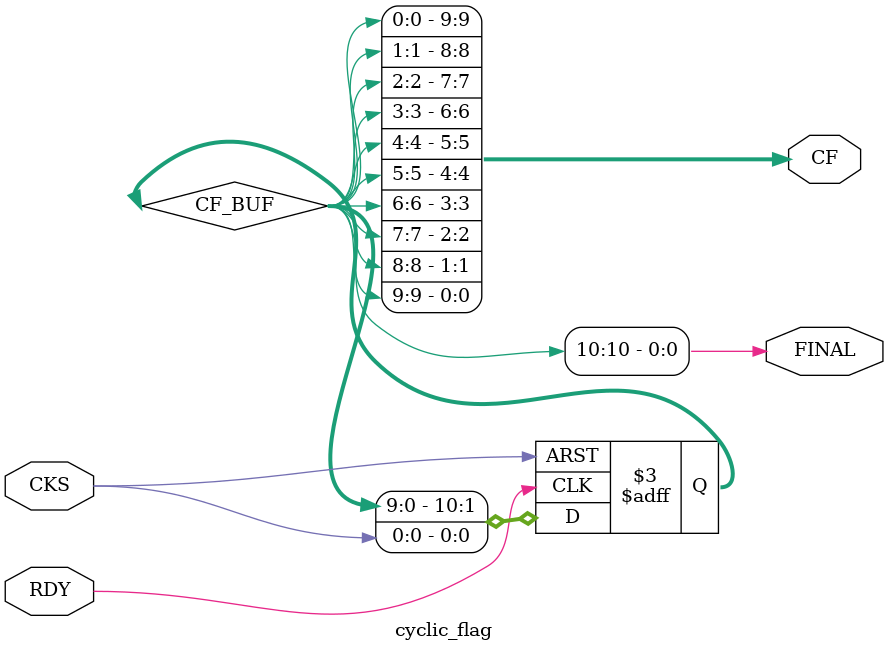
<source format=v>
`timescale 1ns / 1ps


module cyclic_flag(
    input RDY,
    input CKS,
    output FINAL,
    output [0:9] CF
    );
    reg [10:0] CF_BUF;
    always @(posedge RDY or negedge CKS) begin
        if (!CKS)
            CF_BUF <= 10'b0;
        else
            CF_BUF <= {CF_BUF[10:0], CKS}; // Shift register dengan input EN
    end
    assign CF = {CF_BUF[0], CF_BUF[1], CF_BUF[2], CF_BUF[3], CF_BUF[4], CF_BUF[5], CF_BUF[6], CF_BUF[7], CF_BUF[8], CF_BUF[9]};
    assign FINAL = CF_BUF[10];
endmodule

</source>
